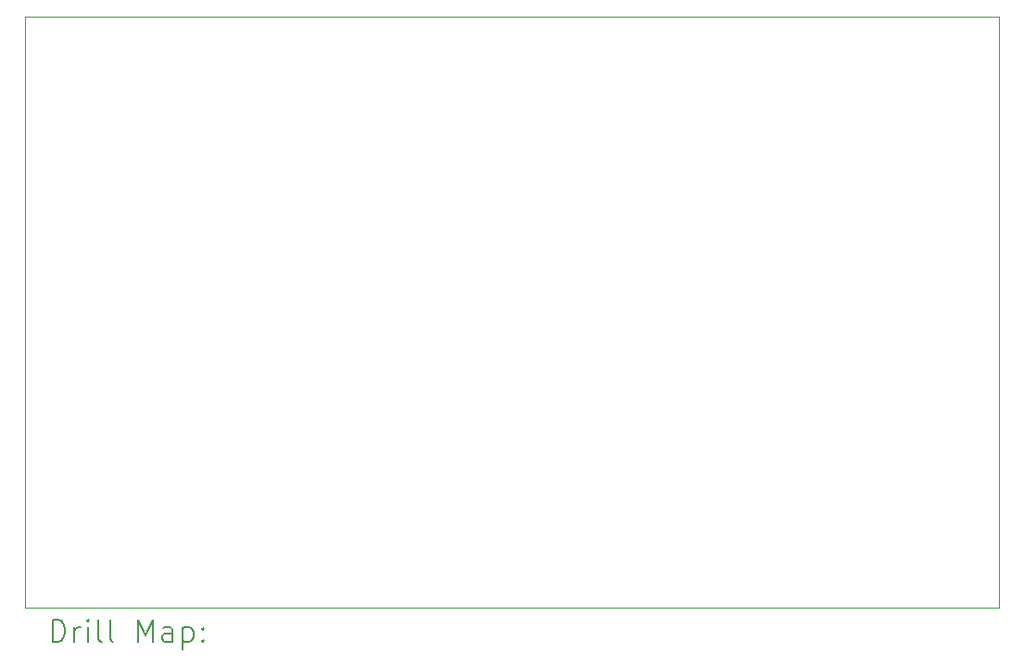
<source format=gbr>
%FSLAX45Y45*%
G04 Gerber Fmt 4.5, Leading zero omitted, Abs format (unit mm)*
G04 Created by KiCad (PCBNEW (6.0.1)) date 2023-03-29 19:48:18*
%MOMM*%
%LPD*%
G01*
G04 APERTURE LIST*
%TA.AperFunction,Profile*%
%ADD10C,0.100000*%
%TD*%
%ADD11C,0.200000*%
G04 APERTURE END LIST*
D10*
X18700000Y-12100000D02*
X18700000Y-12300000D01*
X18700000Y-12400000D02*
X9800000Y-12400000D01*
X9800000Y-12400000D02*
X9800000Y-7000000D01*
X18700000Y-7000000D02*
X18700000Y-12100000D01*
X18700000Y-12300000D02*
X18700000Y-12400000D01*
X9800000Y-7000000D02*
X18700000Y-7000000D01*
D11*
X10052619Y-12715476D02*
X10052619Y-12515476D01*
X10100238Y-12515476D01*
X10128810Y-12525000D01*
X10147857Y-12544048D01*
X10157381Y-12563095D01*
X10166905Y-12601190D01*
X10166905Y-12629762D01*
X10157381Y-12667857D01*
X10147857Y-12686905D01*
X10128810Y-12705952D01*
X10100238Y-12715476D01*
X10052619Y-12715476D01*
X10252619Y-12715476D02*
X10252619Y-12582143D01*
X10252619Y-12620238D02*
X10262143Y-12601190D01*
X10271667Y-12591667D01*
X10290714Y-12582143D01*
X10309762Y-12582143D01*
X10376429Y-12715476D02*
X10376429Y-12582143D01*
X10376429Y-12515476D02*
X10366905Y-12525000D01*
X10376429Y-12534524D01*
X10385952Y-12525000D01*
X10376429Y-12515476D01*
X10376429Y-12534524D01*
X10500238Y-12715476D02*
X10481190Y-12705952D01*
X10471667Y-12686905D01*
X10471667Y-12515476D01*
X10605000Y-12715476D02*
X10585952Y-12705952D01*
X10576429Y-12686905D01*
X10576429Y-12515476D01*
X10833571Y-12715476D02*
X10833571Y-12515476D01*
X10900238Y-12658333D01*
X10966905Y-12515476D01*
X10966905Y-12715476D01*
X11147857Y-12715476D02*
X11147857Y-12610714D01*
X11138333Y-12591667D01*
X11119286Y-12582143D01*
X11081190Y-12582143D01*
X11062143Y-12591667D01*
X11147857Y-12705952D02*
X11128810Y-12715476D01*
X11081190Y-12715476D01*
X11062143Y-12705952D01*
X11052619Y-12686905D01*
X11052619Y-12667857D01*
X11062143Y-12648809D01*
X11081190Y-12639286D01*
X11128810Y-12639286D01*
X11147857Y-12629762D01*
X11243095Y-12582143D02*
X11243095Y-12782143D01*
X11243095Y-12591667D02*
X11262143Y-12582143D01*
X11300238Y-12582143D01*
X11319286Y-12591667D01*
X11328809Y-12601190D01*
X11338333Y-12620238D01*
X11338333Y-12677381D01*
X11328809Y-12696428D01*
X11319286Y-12705952D01*
X11300238Y-12715476D01*
X11262143Y-12715476D01*
X11243095Y-12705952D01*
X11424048Y-12696428D02*
X11433571Y-12705952D01*
X11424048Y-12715476D01*
X11414524Y-12705952D01*
X11424048Y-12696428D01*
X11424048Y-12715476D01*
X11424048Y-12591667D02*
X11433571Y-12601190D01*
X11424048Y-12610714D01*
X11414524Y-12601190D01*
X11424048Y-12591667D01*
X11424048Y-12610714D01*
M02*

</source>
